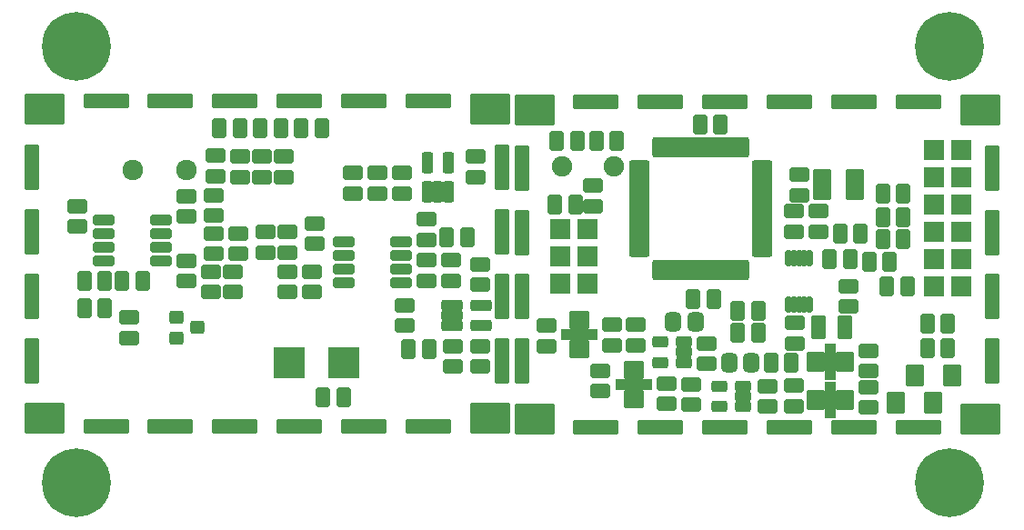
<source format=gbr>
%TF.GenerationSoftware,KiCad,Pcbnew,6.0.4-6f826c9f35~116~ubuntu20.04.1*%
%TF.CreationDate,2022-04-16T22:40:28+00:00*%
%TF.ProjectId,USTSIPIN01,55535453-4950-4494-9e30-312e6b696361,REV*%
%TF.SameCoordinates,Original*%
%TF.FileFunction,Soldermask,Bot*%
%TF.FilePolarity,Negative*%
%FSLAX46Y46*%
G04 Gerber Fmt 4.6, Leading zero omitted, Abs format (unit mm)*
G04 Created by KiCad (PCBNEW 6.0.4-6f826c9f35~116~ubuntu20.04.1) date 2022-04-16 22:40:28*
%MOMM*%
%LPD*%
G01*
G04 APERTURE LIST*
G04 Aperture macros list*
%AMRoundRect*
0 Rectangle with rounded corners*
0 $1 Rounding radius*
0 $2 $3 $4 $5 $6 $7 $8 $9 X,Y pos of 4 corners*
0 Add a 4 corners polygon primitive as box body*
4,1,4,$2,$3,$4,$5,$6,$7,$8,$9,$2,$3,0*
0 Add four circle primitives for the rounded corners*
1,1,$1+$1,$2,$3*
1,1,$1+$1,$4,$5*
1,1,$1+$1,$6,$7*
1,1,$1+$1,$8,$9*
0 Add four rect primitives between the rounded corners*
20,1,$1+$1,$2,$3,$4,$5,0*
20,1,$1+$1,$4,$5,$6,$7,0*
20,1,$1+$1,$6,$7,$8,$9,0*
20,1,$1+$1,$8,$9,$2,$3,0*%
G04 Aperture macros list end*
%ADD10C,6.400000*%
%ADD11RoundRect,0.200000X0.762000X-0.762000X0.762000X0.762000X-0.762000X0.762000X-0.762000X-0.762000X0*%
%ADD12C,1.924000*%
%ADD13RoundRect,0.200000X-0.762000X-0.762000X0.762000X-0.762000X0.762000X0.762000X-0.762000X0.762000X0*%
%ADD14C,1.900000*%
%ADD15RoundRect,0.200000X-0.698500X0.444500X-0.698500X-0.444500X0.698500X-0.444500X0.698500X0.444500X0*%
%ADD16RoundRect,0.200000X1.275080X1.249680X-1.275080X1.249680X-1.275080X-1.249680X1.275080X-1.249680X0*%
%ADD17RoundRect,0.200000X0.698500X-0.444500X0.698500X0.444500X-0.698500X0.444500X-0.698500X-0.444500X0*%
%ADD18RoundRect,0.200000X0.444500X0.698500X-0.444500X0.698500X-0.444500X-0.698500X0.444500X-0.698500X0*%
%ADD19RoundRect,0.200000X-0.444500X-0.698500X0.444500X-0.698500X0.444500X0.698500X-0.444500X0.698500X0*%
%ADD20RoundRect,0.200000X-0.775000X-0.300000X0.775000X-0.300000X0.775000X0.300000X-0.775000X0.300000X0*%
%ADD21RoundRect,0.200000X0.325000X-0.780000X0.325000X0.780000X-0.325000X0.780000X-0.325000X-0.780000X0*%
%ADD22RoundRect,0.200000X-0.780000X-0.325000X0.780000X-0.325000X0.780000X0.325000X-0.780000X0.325000X0*%
%ADD23RoundRect,0.200000X0.700000X-0.449500X0.700000X0.449500X-0.700000X0.449500X-0.700000X-0.449500X0*%
%ADD24RoundRect,0.200000X0.700000X-0.444500X0.700000X0.444500X-0.700000X0.444500X-0.700000X-0.444500X0*%
%ADD25RoundRect,0.200000X-0.450000X-0.400000X0.450000X-0.400000X0.450000X0.400000X-0.450000X0.400000X0*%
%ADD26RoundRect,0.200000X-0.650000X-0.850000X0.650000X-0.850000X0.650000X0.850000X-0.650000X0.850000X0*%
%ADD27RoundRect,0.450000X0.325000X0.450000X-0.325000X0.450000X-0.325000X-0.450000X0.325000X-0.450000X0*%
%ADD28RoundRect,0.200000X0.530000X0.325000X-0.530000X0.325000X-0.530000X-0.325000X0.530000X-0.325000X0*%
%ADD29RoundRect,0.200000X0.750000X-0.650000X0.750000X0.650000X-0.750000X0.650000X-0.750000X-0.650000X0*%
%ADD30RoundRect,0.200000X1.500000X-0.350000X1.500000X0.350000X-1.500000X0.350000X-1.500000X-0.350000X0*%
%ADD31RoundRect,0.200000X-0.750000X-0.275000X0.750000X-0.275000X0.750000X0.275000X-0.750000X0.275000X0*%
%ADD32RoundRect,0.200000X-0.275000X0.750000X-0.275000X-0.750000X0.275000X-0.750000X0.275000X0.750000X0*%
%ADD33RoundRect,0.200000X-1.900000X-0.500000X1.900000X-0.500000X1.900000X0.500000X-1.900000X0.500000X0*%
%ADD34RoundRect,0.200000X-0.500000X-1.900000X0.500000X-1.900000X0.500000X1.900000X-0.500000X1.900000X0*%
%ADD35RoundRect,0.200000X-1.650000X-1.275000X1.650000X-1.275000X1.650000X1.275000X-1.650000X1.275000X0*%
%ADD36RoundRect,0.200000X0.650000X0.750000X-0.650000X0.750000X-0.650000X-0.750000X0.650000X-0.750000X0*%
%ADD37RoundRect,0.200000X0.350000X1.500000X-0.350000X1.500000X-0.350000X-1.500000X0.350000X-1.500000X0*%
%ADD38RoundRect,0.200000X0.635000X1.270000X-0.635000X1.270000X-0.635000X-1.270000X0.635000X-1.270000X0*%
%ADD39RoundRect,0.200000X0.125000X-0.550000X0.125000X0.550000X-0.125000X0.550000X-0.125000X-0.550000X0*%
%ADD40RoundRect,0.200000X0.500000X0.900000X-0.500000X0.900000X-0.500000X-0.900000X0.500000X-0.900000X0*%
G04 APERTURE END LIST*
D10*
%TO.C,M2*%
X86360000Y45720000D03*
%TD*%
%TO.C,M3*%
X5080000Y45720000D03*
%TD*%
%TO.C,M4*%
X5080000Y5080000D03*
%TD*%
D11*
%TO.C,J1*%
X84963000Y25908000D03*
X87503000Y25908000D03*
%TD*%
%TO.C,J2*%
X84963000Y28448000D03*
X87503000Y28448000D03*
%TD*%
%TO.C,J3*%
X84963000Y23368000D03*
X87503000Y23368000D03*
%TD*%
D12*
%TO.C,D2*%
X15360000Y34190000D03*
X10360000Y34190000D03*
%TD*%
D13*
%TO.C,J4*%
X84963000Y36068000D03*
%TD*%
%TO.C,J5*%
X87503000Y36068000D03*
%TD*%
%TO.C,J6*%
X84963000Y33528000D03*
%TD*%
%TO.C,J7*%
X87503000Y33528000D03*
%TD*%
%TO.C,J19*%
X84963000Y30988000D03*
X87503000Y30988000D03*
%TD*%
D10*
%TO.C,M1*%
X86360000Y5080000D03*
%TD*%
D14*
%TO.C,Y1*%
X50292000Y34544000D03*
X55172000Y34544000D03*
%TD*%
D15*
%TO.C,C20*%
X10066000Y20504500D03*
X10066000Y18599500D03*
%TD*%
D16*
%TO.C,C1*%
X29989760Y16250000D03*
X24940240Y16250000D03*
%TD*%
D17*
%TO.C,C3*%
X5240000Y28950000D03*
X5240000Y30855000D03*
%TD*%
D18*
%TO.C,C4*%
X30005000Y13075000D03*
X28100000Y13075000D03*
%TD*%
%TO.C,C5*%
X7780000Y23870000D03*
X5875000Y23870000D03*
%TD*%
D15*
%TO.C,C6*%
X19718000Y24759000D03*
X19718000Y22854000D03*
%TD*%
D17*
%TO.C,C7*%
X40038000Y23933500D03*
X40038000Y25838500D03*
%TD*%
%TO.C,C8*%
X33180000Y32061500D03*
X33180000Y33966500D03*
%TD*%
D15*
%TO.C,C9*%
X40165000Y17837500D03*
X40165000Y15932500D03*
%TD*%
D18*
%TO.C,C10*%
X11272500Y23870000D03*
X9367500Y23870000D03*
%TD*%
D15*
%TO.C,C11*%
X17686000Y24759000D03*
X17686000Y22854000D03*
%TD*%
D17*
%TO.C,C12*%
X37752000Y23933500D03*
X37752000Y25838500D03*
%TD*%
%TO.C,C13*%
X35466000Y32061500D03*
X35466000Y33966500D03*
%TD*%
D15*
%TO.C,C14*%
X42705000Y17837500D03*
X42705000Y15932500D03*
%TD*%
D17*
%TO.C,C15*%
X20226000Y26410000D03*
X20226000Y28315000D03*
%TD*%
D15*
%TO.C,C16*%
X22766000Y28442000D03*
X22766000Y26537000D03*
%TD*%
D17*
%TO.C,C17*%
X27338000Y27362500D03*
X27338000Y29267500D03*
%TD*%
%TO.C,C18*%
X27084000Y22854000D03*
X27084000Y24759000D03*
%TD*%
%TO.C,C19*%
X37752000Y27743500D03*
X37752000Y29648500D03*
%TD*%
D15*
%TO.C,R3*%
X35720000Y21647500D03*
X35720000Y19742500D03*
%TD*%
D17*
%TO.C,R4*%
X30894000Y32061500D03*
X30894000Y33966500D03*
%TD*%
D18*
%TO.C,R5*%
X37942500Y17520000D03*
X36037500Y17520000D03*
%TD*%
%TO.C,R6*%
X7780000Y21330000D03*
X5875000Y21330000D03*
%TD*%
D15*
%TO.C,R7*%
X15400000Y31807500D03*
X15400000Y29902500D03*
%TD*%
D17*
%TO.C,R8*%
X17940000Y29966000D03*
X17940000Y31871000D03*
%TD*%
%TO.C,R9*%
X17940000Y26410000D03*
X17940000Y28315000D03*
%TD*%
%TO.C,R10*%
X24798000Y26537000D03*
X24798000Y28442000D03*
%TD*%
%TO.C,R11*%
X24798000Y22854000D03*
X24798000Y24759000D03*
%TD*%
%TO.C,R12*%
X42705000Y23552500D03*
X42705000Y25457500D03*
%TD*%
D19*
%TO.C,R13*%
X39593500Y27934000D03*
X41498500Y27934000D03*
%TD*%
D20*
%TO.C,U1*%
X7620000Y25775000D03*
X7620000Y27045000D03*
X7620000Y28315000D03*
X7620000Y29585000D03*
X13020000Y29585000D03*
X13020000Y28315000D03*
X13020000Y27045000D03*
X13020000Y25775000D03*
%TD*%
D21*
%TO.C,U4*%
X39718000Y32172000D03*
X38768000Y32172000D03*
X37818000Y32172000D03*
X37818000Y34872000D03*
X39718000Y34872000D03*
%TD*%
D22*
%TO.C,U5*%
X40085000Y19745000D03*
X40085000Y20695000D03*
X40085000Y21645000D03*
X42785000Y21645000D03*
X42785000Y19745000D03*
%TD*%
D15*
%TO.C,R2*%
X15400000Y25775000D03*
X15400000Y23870000D03*
%TD*%
D20*
%TO.C,U2*%
X29972000Y23743000D03*
X29972000Y25013000D03*
X29972000Y26283000D03*
X29972000Y27553000D03*
X35372000Y27553000D03*
X35372000Y26283000D03*
X35372000Y25013000D03*
X35372000Y23743000D03*
%TD*%
D23*
%TO.C,R1*%
X42324000Y33585500D03*
D24*
X42324000Y35490500D03*
%TD*%
D15*
%TO.C,C2*%
X20320000Y35496500D03*
X20320000Y33591500D03*
%TD*%
D25*
%TO.C,U3*%
X14416000Y18602000D03*
X14416000Y20502000D03*
X16416000Y19552000D03*
%TD*%
D26*
%TO.C,D1*%
X81407000Y12573000D03*
X84907000Y12573000D03*
%TD*%
D17*
%TO.C,C55*%
X72009000Y18097500D03*
X72009000Y20002500D03*
%TD*%
D19*
%TO.C,R25*%
X66675000Y19050000D03*
X68580000Y19050000D03*
%TD*%
%TO.C,R27*%
X66675000Y21082000D03*
X68580000Y21082000D03*
%TD*%
%TO.C,R28*%
X69786500Y16256000D03*
X71691500Y16256000D03*
%TD*%
D15*
%TO.C,C21*%
X24384000Y35496500D03*
X24384000Y33591500D03*
%TD*%
%TO.C,C22*%
X78867000Y14033500D03*
X78867000Y12128500D03*
%TD*%
D19*
%TO.C,C36*%
X84328000Y17653000D03*
X86233000Y17653000D03*
%TD*%
D17*
%TO.C,F1*%
X78867000Y15494000D03*
X78867000Y17399000D03*
%TD*%
D19*
%TO.C,F2*%
X84328000Y19939000D03*
X86233000Y19939000D03*
%TD*%
D26*
%TO.C,D3*%
X83185000Y15113000D03*
X86685000Y15113000D03*
%TD*%
D27*
%TO.C,L2*%
X67945000Y16256000D03*
X65895000Y16256000D03*
%TD*%
%TO.C,L3*%
X62747000Y20066000D03*
X60697000Y20066000D03*
%TD*%
D28*
%TO.C,U6*%
X67183000Y14097000D03*
X67183000Y13147000D03*
X67183000Y12197000D03*
X64983000Y12197000D03*
X64983000Y14097000D03*
%TD*%
D17*
%TO.C,C50*%
X54991000Y17907000D03*
X54991000Y19812000D03*
%TD*%
%TO.C,C49*%
X62357000Y12382500D03*
X62357000Y14287500D03*
%TD*%
%TO.C,C42*%
X57150000Y17907000D03*
X57150000Y19812000D03*
%TD*%
D29*
%TO.C,C52*%
X51943000Y17573000D03*
D30*
X51943000Y18923000D03*
D29*
X51943000Y20273000D03*
%TD*%
D17*
%TO.C,C38*%
X60071000Y12446000D03*
X60071000Y14351000D03*
%TD*%
D29*
%TO.C,C51*%
X57023000Y12874000D03*
D30*
X57023000Y14224000D03*
D29*
X57023000Y15574000D03*
%TD*%
D15*
%TO.C,C25*%
X63754000Y18097500D03*
X63754000Y16192500D03*
%TD*%
D17*
%TO.C,C44*%
X71882000Y28511500D03*
X71882000Y30416500D03*
%TD*%
%TO.C,C40*%
X74168000Y28511500D03*
X74168000Y30416500D03*
%TD*%
D19*
%TO.C,R24*%
X80581500Y23368000D03*
X82486500Y23368000D03*
%TD*%
D15*
%TO.C,C31*%
X72390000Y33782000D03*
X72390000Y31877000D03*
%TD*%
D19*
%TO.C,C27*%
X80200500Y27813000D03*
X82105500Y27813000D03*
%TD*%
D15*
%TO.C,C53*%
X53848000Y15557500D03*
X53848000Y13652500D03*
%TD*%
D28*
%TO.C,U8*%
X61679000Y18222000D03*
X61679000Y17272000D03*
X61679000Y16322000D03*
X59479000Y16322000D03*
X59479000Y18222000D03*
%TD*%
D31*
%TO.C,U10*%
X57550000Y26640000D03*
X57550000Y27440000D03*
X57550000Y28240000D03*
X57550000Y29040000D03*
X57550000Y29840000D03*
X57550000Y30640000D03*
X57550000Y31440000D03*
X57550000Y32240000D03*
X57550000Y33040000D03*
X57550000Y33840000D03*
X57550000Y34640000D03*
D32*
X59250000Y36340000D03*
X60050000Y36340000D03*
X60850000Y36340000D03*
X61650000Y36340000D03*
X62450000Y36340000D03*
X63250000Y36340000D03*
X64050000Y36340000D03*
X64850000Y36340000D03*
X65650000Y36340000D03*
X66450000Y36340000D03*
X67250000Y36340000D03*
D31*
X68950000Y34640000D03*
X68950000Y33840000D03*
X68950000Y33040000D03*
X68950000Y32240000D03*
X68950000Y31440000D03*
X68950000Y30640000D03*
X68950000Y29840000D03*
X68950000Y29040000D03*
X68950000Y28240000D03*
X68950000Y27440000D03*
X68950000Y26640000D03*
D32*
X67250000Y24940000D03*
X66450000Y24940000D03*
X65650000Y24940000D03*
X64850000Y24940000D03*
X64050000Y24940000D03*
X63250000Y24940000D03*
X62450000Y24940000D03*
X61650000Y24940000D03*
X60850000Y24940000D03*
X60050000Y24940000D03*
X59250000Y24940000D03*
%TD*%
D19*
%TO.C,R20*%
X76200000Y28321000D03*
X78105000Y28321000D03*
%TD*%
D33*
%TO.C,M7*%
X59501000Y10279000D03*
D34*
X46601000Y22429000D03*
D33*
X65501000Y10279000D03*
D35*
X89251000Y39804000D03*
X47751000Y11054000D03*
D34*
X46601000Y34429000D03*
X90401000Y28429000D03*
X90401000Y22429000D03*
D33*
X53501000Y40579000D03*
X83501000Y40579000D03*
D35*
X89251000Y11054000D03*
D34*
X46601000Y16429000D03*
D33*
X71501000Y10279000D03*
D34*
X46601000Y28429000D03*
X90401000Y34429000D03*
D33*
X71501000Y40579000D03*
D34*
X90401000Y16429000D03*
D35*
X47751000Y39804000D03*
D33*
X77501000Y10279000D03*
X53501000Y10279000D03*
X83501000Y10279000D03*
X65501000Y40579000D03*
X59501000Y40579000D03*
X77501000Y40579000D03*
%TD*%
D36*
%TO.C,C29*%
X76661000Y16383000D03*
D37*
X75311000Y16383000D03*
D36*
X73961000Y16383000D03*
%TD*%
D13*
%TO.C,J22*%
X50165000Y23622000D03*
X52705000Y23622000D03*
X50165000Y26162000D03*
X52705000Y26162000D03*
X50165000Y28702000D03*
X52705000Y28702000D03*
%TD*%
D19*
%TO.C,R23*%
X49657000Y30988000D03*
X51562000Y30988000D03*
%TD*%
%TO.C,C26*%
X78930500Y25654000D03*
X80835500Y25654000D03*
%TD*%
%TO.C,C28*%
X80200500Y29845000D03*
X82105500Y29845000D03*
%TD*%
%TO.C,C30*%
X49847500Y36957000D03*
X51752500Y36957000D03*
%TD*%
D18*
%TO.C,C33*%
X55435500Y36957000D03*
X53530500Y36957000D03*
%TD*%
D17*
%TO.C,C34*%
X53213000Y30861000D03*
X53213000Y32766000D03*
%TD*%
D18*
%TO.C,C35*%
X64452500Y22225000D03*
X62547500Y22225000D03*
%TD*%
D19*
%TO.C,C39*%
X63182500Y38481000D03*
X65087500Y38481000D03*
%TD*%
%TO.C,C43*%
X80200500Y32004000D03*
X82105500Y32004000D03*
%TD*%
D15*
%TO.C,C47*%
X76962000Y23431500D03*
X76962000Y21526500D03*
%TD*%
D38*
%TO.C,L1*%
X77597000Y32893000D03*
X74549000Y32893000D03*
%TD*%
D19*
%TO.C,R21*%
X75247500Y25908000D03*
X77152500Y25908000D03*
%TD*%
D39*
%TO.C,U11*%
X73390000Y21726000D03*
X72890000Y21726000D03*
X72390000Y21726000D03*
X71890000Y21726000D03*
X71390000Y21726000D03*
X71390000Y26026000D03*
X71890000Y26026000D03*
X72390000Y26026000D03*
X72890000Y26026000D03*
X73390000Y26026000D03*
%TD*%
D40*
%TO.C,Y2*%
X74168000Y19558000D03*
X76668000Y19558000D03*
%TD*%
D15*
%TO.C,C23*%
X22352000Y35496500D03*
X22352000Y33591500D03*
%TD*%
%TO.C,C24*%
X18034000Y35560000D03*
X18034000Y33655000D03*
%TD*%
%TO.C,C32*%
X69469000Y14097000D03*
X69469000Y12192000D03*
%TD*%
D36*
%TO.C,C45*%
X76661000Y12827000D03*
D37*
X75311000Y12827000D03*
D36*
X73961000Y12827000D03*
%TD*%
D15*
%TO.C,C48*%
X71882000Y14160500D03*
X71882000Y12255500D03*
%TD*%
%TO.C,C54*%
X48895000Y19748500D03*
X48895000Y17843500D03*
%TD*%
D19*
%TO.C,R15*%
X26035000Y38100000D03*
X27940000Y38100000D03*
%TD*%
%TO.C,R19*%
X22225000Y38100000D03*
X24130000Y38100000D03*
%TD*%
%TO.C,R22*%
X18415000Y38100000D03*
X20320000Y38100000D03*
%TD*%
D35*
%TO.C,M6*%
X43624000Y11115000D03*
D33*
X37874000Y40640000D03*
X7874000Y10340000D03*
D34*
X974000Y22490000D03*
X974000Y34490000D03*
D33*
X13874000Y40640000D03*
D34*
X974000Y28490000D03*
X44774000Y34490000D03*
D35*
X2124000Y39865000D03*
X2124000Y11115000D03*
D33*
X31874000Y10340000D03*
X25874000Y40640000D03*
D35*
X43624000Y39865000D03*
D34*
X44774000Y22490000D03*
D33*
X37874000Y10340000D03*
D34*
X44774000Y16490000D03*
D33*
X19874000Y40640000D03*
D34*
X974000Y16490000D03*
D33*
X31874000Y40640000D03*
D34*
X44774000Y28490000D03*
D33*
X7874000Y40640000D03*
X25874000Y10340000D03*
X13874000Y10340000D03*
X19874000Y10340000D03*
%TD*%
M02*

</source>
